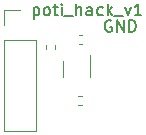
<source format=gbr>
%TF.GenerationSoftware,KiCad,Pcbnew,5.1.10-88a1d61d58~88~ubuntu20.04.1*%
%TF.CreationDate,2021-05-09T11:48:46+02:00*%
%TF.ProjectId,poti_hack,706f7469-5f68-4616-936b-2e6b69636164,rev?*%
%TF.SameCoordinates,Original*%
%TF.FileFunction,Legend,Top*%
%TF.FilePolarity,Positive*%
%FSLAX46Y46*%
G04 Gerber Fmt 4.6, Leading zero omitted, Abs format (unit mm)*
G04 Created by KiCad (PCBNEW 5.1.10-88a1d61d58~88~ubuntu20.04.1) date 2021-05-09 11:48:46*
%MOMM*%
%LPD*%
G01*
G04 APERTURE LIST*
%ADD10C,0.150000*%
%ADD11C,0.120000*%
G04 APERTURE END LIST*
D10*
X146552380Y-130485714D02*
X146552380Y-131485714D01*
X146552380Y-130533333D02*
X146647619Y-130485714D01*
X146838095Y-130485714D01*
X146933333Y-130533333D01*
X146980952Y-130580952D01*
X147028571Y-130676190D01*
X147028571Y-130961904D01*
X146980952Y-131057142D01*
X146933333Y-131104761D01*
X146838095Y-131152380D01*
X146647619Y-131152380D01*
X146552380Y-131104761D01*
X147600000Y-131152380D02*
X147504761Y-131104761D01*
X147457142Y-131057142D01*
X147409523Y-130961904D01*
X147409523Y-130676190D01*
X147457142Y-130580952D01*
X147504761Y-130533333D01*
X147600000Y-130485714D01*
X147742857Y-130485714D01*
X147838095Y-130533333D01*
X147885714Y-130580952D01*
X147933333Y-130676190D01*
X147933333Y-130961904D01*
X147885714Y-131057142D01*
X147838095Y-131104761D01*
X147742857Y-131152380D01*
X147600000Y-131152380D01*
X148219047Y-130485714D02*
X148600000Y-130485714D01*
X148361904Y-130152380D02*
X148361904Y-131009523D01*
X148409523Y-131104761D01*
X148504761Y-131152380D01*
X148600000Y-131152380D01*
X148933333Y-131152380D02*
X148933333Y-130485714D01*
X148933333Y-130152380D02*
X148885714Y-130200000D01*
X148933333Y-130247619D01*
X148980952Y-130200000D01*
X148933333Y-130152380D01*
X148933333Y-130247619D01*
X149171428Y-131247619D02*
X149933333Y-131247619D01*
X150171428Y-131152380D02*
X150171428Y-130152380D01*
X150600000Y-131152380D02*
X150600000Y-130628571D01*
X150552380Y-130533333D01*
X150457142Y-130485714D01*
X150314285Y-130485714D01*
X150219047Y-130533333D01*
X150171428Y-130580952D01*
X151504761Y-131152380D02*
X151504761Y-130628571D01*
X151457142Y-130533333D01*
X151361904Y-130485714D01*
X151171428Y-130485714D01*
X151076190Y-130533333D01*
X151504761Y-131104761D02*
X151409523Y-131152380D01*
X151171428Y-131152380D01*
X151076190Y-131104761D01*
X151028571Y-131009523D01*
X151028571Y-130914285D01*
X151076190Y-130819047D01*
X151171428Y-130771428D01*
X151409523Y-130771428D01*
X151504761Y-130723809D01*
X152409523Y-131104761D02*
X152314285Y-131152380D01*
X152123809Y-131152380D01*
X152028571Y-131104761D01*
X151980952Y-131057142D01*
X151933333Y-130961904D01*
X151933333Y-130676190D01*
X151980952Y-130580952D01*
X152028571Y-130533333D01*
X152123809Y-130485714D01*
X152314285Y-130485714D01*
X152409523Y-130533333D01*
X152838095Y-131152380D02*
X152838095Y-130152380D01*
X152933333Y-130771428D02*
X153219047Y-131152380D01*
X153219047Y-130485714D02*
X152838095Y-130866666D01*
X153409523Y-131247619D02*
X154171428Y-131247619D01*
X154314285Y-130485714D02*
X154552380Y-131152380D01*
X154790476Y-130485714D01*
X155695238Y-131152380D02*
X155123809Y-131152380D01*
X155409523Y-131152380D02*
X155409523Y-130152380D01*
X155314285Y-130295238D01*
X155219047Y-130390476D01*
X155123809Y-130438095D01*
X153138095Y-131600000D02*
X153042857Y-131552380D01*
X152900000Y-131552380D01*
X152757142Y-131600000D01*
X152661904Y-131695238D01*
X152614285Y-131790476D01*
X152566666Y-131980952D01*
X152566666Y-132123809D01*
X152614285Y-132314285D01*
X152661904Y-132409523D01*
X152757142Y-132504761D01*
X152900000Y-132552380D01*
X152995238Y-132552380D01*
X153138095Y-132504761D01*
X153185714Y-132457142D01*
X153185714Y-132123809D01*
X152995238Y-132123809D01*
X153614285Y-132552380D02*
X153614285Y-131552380D01*
X154185714Y-132552380D01*
X154185714Y-131552380D01*
X154661904Y-132552380D02*
X154661904Y-131552380D01*
X154900000Y-131552380D01*
X155042857Y-131600000D01*
X155138095Y-131695238D01*
X155185714Y-131790476D01*
X155233333Y-131980952D01*
X155233333Y-132123809D01*
X155185714Y-132314285D01*
X155138095Y-132409523D01*
X155042857Y-132504761D01*
X154900000Y-132552380D01*
X154661904Y-132552380D01*
D11*
%TO.C,C1*%
X150615835Y-133560000D02*
X150384165Y-133560000D01*
X150615835Y-132840000D02*
X150384165Y-132840000D01*
%TO.C,J1*%
X144070000Y-140950000D02*
X146730000Y-140950000D01*
X144070000Y-133270000D02*
X144070000Y-140950000D01*
X146730000Y-133270000D02*
X146730000Y-140950000D01*
X144070000Y-133270000D02*
X146730000Y-133270000D01*
X144070000Y-132000000D02*
X144070000Y-130670000D01*
X144070000Y-130670000D02*
X145400000Y-130670000D01*
%TO.C,R1*%
X150667621Y-138020000D02*
X150332379Y-138020000D01*
X150667621Y-138780000D02*
X150332379Y-138780000D01*
%TO.C,R2*%
X148380000Y-133632379D02*
X148380000Y-133967621D01*
X147620000Y-133632379D02*
X147620000Y-133967621D01*
%TO.C,U1*%
X151360000Y-136400000D02*
X151360000Y-134500000D01*
X149040000Y-135000000D02*
X149040000Y-136400000D01*
%TD*%
M02*

</source>
